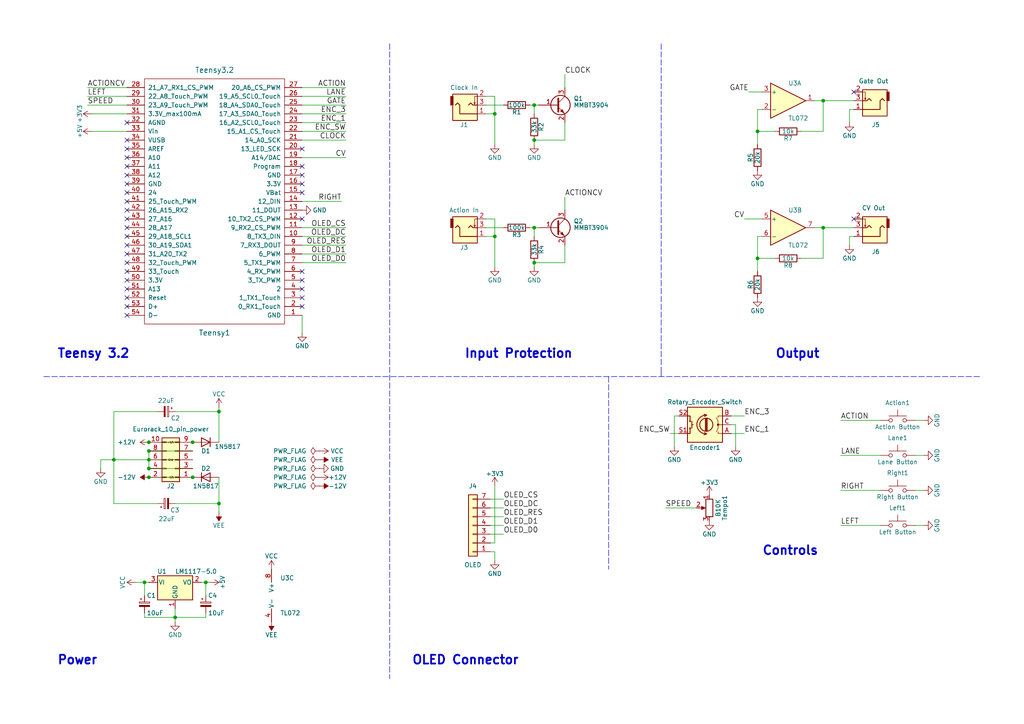
<source format=kicad_sch>
(kicad_sch (version 20210621) (generator eeschema)
  (paper "A4")
  (lib_symbols
    (symbol "Amplifier_Operational:TL072" (pin_names (offset 0.127))
      (property "Reference" "U" (at 0 5.08 0))
      (property "Value" "TL072" (at 0 -5.08 0))
      (symbol "TL072_1_1"
        (polyline (pts (xy -5.08 5.08) (xy 5.08 0) (xy -5.08 -5.08) (xy -5.08 5.08)) (stroke (width 0.254)) (fill (type background)))
        (pin output line (at 7.62 0 180) (length 2.54) (name "~") (number "1"))
        (pin input line (at -7.62 -2.54 0) (length 2.54) (name "-") (number "2"))
        (pin input line (at -7.62 2.54 0) (length 2.54) (name "+") (number "3"))
      )
      (symbol "TL072_2_1"
        (polyline (pts (xy -5.08 5.08) (xy 5.08 0) (xy -5.08 -5.08) (xy -5.08 5.08)) (stroke (width 0.254)) (fill (type background)))
        (pin input line (at -7.62 2.54 0) (length 2.54) (name "+") (number "5"))
        (pin input line (at -7.62 -2.54 0) (length 2.54) (name "-") (number "6"))
        (pin output line (at 7.62 0 180) (length 2.54) (name "~") (number "7"))
      )
      (symbol "TL072_3_1"
        (pin power_in line (at -2.54 -7.62 90) (length 3.81) (name "V-") (number "4"))
        (pin power_in line (at -2.54 7.62 270) (length 3.81) (name "V+") (number "8"))
      )
    )
    (symbol "Connector_Generic:Conn_01x07" (pin_names (offset 1.016) hide)
      (property "Reference" "J" (at 0 10.16 0))
      (property "Value" "Conn_01x07" (at 0 -10.16 0))
      (symbol "Conn_01x07_1_1"
        (rectangle (start -1.27 -7.493) (end 0 -7.747) (stroke (width 0.1524)))
        (rectangle (start -1.27 -4.953) (end 0 -5.207) (stroke (width 0.1524)))
        (rectangle (start -1.27 -2.413) (end 0 -2.667) (stroke (width 0.1524)))
        (rectangle (start -1.27 0.127) (end 0 -0.127) (stroke (width 0.1524)))
        (rectangle (start -1.27 2.667) (end 0 2.413) (stroke (width 0.1524)))
        (rectangle (start -1.27 5.207) (end 0 4.953) (stroke (width 0.1524)))
        (rectangle (start -1.27 7.747) (end 0 7.493) (stroke (width 0.1524)))
        (rectangle (start -1.27 8.89) (end 1.27 -8.89) (stroke (width 0.254)) (fill (type background)))
        (pin passive line (at -5.08 7.62 0) (length 3.81) (name "Pin_1") (number "1"))
        (pin passive line (at -5.08 5.08 0) (length 3.81) (name "Pin_2") (number "2"))
        (pin passive line (at -5.08 2.54 0) (length 3.81) (name "Pin_3") (number "3"))
        (pin passive line (at -5.08 0 0) (length 3.81) (name "Pin_4") (number "4"))
        (pin passive line (at -5.08 -2.54 0) (length 3.81) (name "Pin_5") (number "5"))
        (pin passive line (at -5.08 -5.08 0) (length 3.81) (name "Pin_6") (number "6"))
        (pin passive line (at -5.08 -7.62 0) (length 3.81) (name "Pin_7") (number "7"))
      )
    )
    (symbol "Device:C_Polarized_Small" (pin_numbers hide) (pin_names (offset 0.254) hide)
      (property "Reference" "C" (at 0.254 1.778 0))
      (property "Value" "C_Polarized_Small" (at 0.254 -2.032 0))
      (symbol "C_Polarized_Small_0_1"
        (rectangle (start -1.524 0.6858) (end 1.524 0.3048))
        (rectangle (start -1.524 -0.3048) (end 1.524 -0.6858) (fill (type outline)))
        (polyline (pts (xy -1.27 1.524) (xy -0.762 1.524)))
        (polyline (pts (xy -1.016 1.27) (xy -1.016 1.778)))
      )
      (symbol "C_Polarized_Small_1_1"
        (pin passive line (at 0 2.54 270) (length 1.8542) (name "~") (number "1"))
        (pin passive line (at 0 -2.54 90) (length 1.8542) (name "~") (number "2"))
      )
    )
    (symbol "Device:D" (pin_numbers hide) (pin_names (offset 1.016) hide)
      (property "Reference" "D" (at 0 2.54 0))
      (property "Value" "D" (at 0 -2.54 0))
      (symbol "D_0_1"
        (polyline (pts (xy -1.27 1.27) (xy -1.27 -1.27)) (stroke (width 0.254)))
        (polyline (pts (xy 1.27 0) (xy -1.27 0)))
        (polyline (pts (xy 1.27 1.27) (xy 1.27 -1.27) (xy -1.27 0) (xy 1.27 1.27)) (stroke (width 0.254)))
      )
      (symbol "D_1_1"
        (pin passive line (at -3.81 0 0) (length 2.54) (name "K") (number "1"))
        (pin passive line (at 3.81 0 180) (length 2.54) (name "A") (number "2"))
      )
    )
    (symbol "Device:R" (pin_numbers hide) (pin_names (offset 0))
      (property "Reference" "R" (at 2.032 0 90))
      (property "Value" "R" (at 0 0 90))
      (symbol "R_0_1"
        (rectangle (start -1.016 -2.54) (end 1.016 2.54) (stroke (width 0.254)))
      )
      (symbol "R_1_1"
        (pin passive line (at 0 3.81 270) (length 1.27) (name "~") (number "1"))
        (pin passive line (at 0 -3.81 90) (length 1.27) (name "~") (number "2"))
      )
    )
    (symbol "Device:R_Potentiometer" (pin_names (offset 1.016) hide)
      (property "Reference" "RV" (at -4.445 0 90))
      (property "Value" "R_Potentiometer" (at -2.54 0 90))
      (symbol "R_Potentiometer_0_1"
        (rectangle (start 1.016 2.54) (end -1.016 -2.54) (stroke (width 0.254)))
        (polyline (pts (xy 2.54 0) (xy 1.524 0)))
        (polyline (pts (xy 1.143 0) (xy 2.286 0.508) (xy 2.286 -0.508) (xy 1.143 0)) (fill (type outline)))
      )
      (symbol "R_Potentiometer_1_1"
        (pin passive line (at 0 3.81 270) (length 1.27) (name "1") (number "1"))
        (pin passive line (at 3.81 0 180) (length 1.27) (name "2") (number "2"))
        (pin passive line (at 0 -3.81 90) (length 1.27) (name "3") (number "3"))
      )
    )
    (symbol "Device:RotaryEncoder_Switch" (pin_names (offset 0.254) hide)
      (property "Reference" "SW" (at 0 6.604 0))
      (property "Value" "RotaryEncoder_Switch" (at 0 -6.604 0))
      (symbol "RotaryEncoder_Switch_0_1"
        (arc (start -0.381 -2.794) (end -0.381 2.667) (radius (at -0.381 -0.0508) (length 2.7432) (angles -89.9 89.9)) (stroke (width 0.254)))
        (circle (center -0.381 0) (radius 1.905) (stroke (width 0.254)))
        (circle (center 4.318 -1.016) (radius 0.127) (stroke (width 0.254)))
        (circle (center 4.318 1.016) (radius 0.127) (stroke (width 0.254)))
        (circle (center -3.81 0) (radius 0.254) (fill (type outline)))
        (rectangle (start -5.08 5.08) (end 5.08 -5.08) (stroke (width 0.254)) (fill (type background)))
        (polyline (pts (xy -0.635 -1.778) (xy -0.635 1.778)) (stroke (width 0.254)))
        (polyline (pts (xy -0.381 -1.778) (xy -0.381 1.778)) (stroke (width 0.254)))
        (polyline (pts (xy -0.127 1.778) (xy -0.127 -1.778)) (stroke (width 0.254)))
        (polyline (pts (xy 3.81 0) (xy 3.429 0)) (stroke (width 0.254)))
        (polyline (pts (xy 3.81 1.016) (xy 3.81 -1.016)) (stroke (width 0.254)))
        (polyline (pts (xy -5.08 -2.54) (xy -3.81 -2.54) (xy -3.81 -2.032)))
        (polyline (pts (xy -5.08 2.54) (xy -3.81 2.54) (xy -3.81 2.032)))
        (polyline (pts (xy 0.254 -3.048) (xy -0.508 -2.794) (xy 0.127 -2.413)) (stroke (width 0.254)))
        (polyline (pts (xy 0.254 2.921) (xy -0.508 2.667) (xy 0.127 2.286)) (stroke (width 0.254)))
        (polyline (pts (xy 5.08 -2.54) (xy 4.318 -2.54) (xy 4.318 -1.016)) (stroke (width 0.254)))
        (polyline (pts (xy 5.08 2.54) (xy 4.318 2.54) (xy 4.318 1.016)) (stroke (width 0.254)))
        (polyline (pts (xy -5.08 0) (xy -3.81 0) (xy -3.81 -1.016) (xy -3.302 -2.032)))
        (polyline (pts (xy -4.318 0) (xy -3.81 0) (xy -3.81 1.016) (xy -3.302 2.032)))
      )
      (symbol "RotaryEncoder_Switch_1_1"
        (pin passive line (at -7.62 2.54 0) (length 2.54) (name "A") (number "A"))
        (pin passive line (at -7.62 -2.54 0) (length 2.54) (name "B") (number "B"))
        (pin passive line (at -7.62 0 0) (length 2.54) (name "C") (number "C"))
        (pin passive line (at 7.62 2.54 180) (length 2.54) (name "S1") (number "S1"))
        (pin passive line (at 7.62 -2.54 180) (length 2.54) (name "S2") (number "S2"))
      )
    )
    (symbol "Eurorack Header:Eurorack_10_pin_power" (pin_names (offset 1.016) hide)
      (property "Reference" "J" (at 1.27 7.62 0))
      (property "Value" "Eurorack_10_pin_power" (at 1.27 -7.62 0))
      (symbol "Eurorack_10_pin_power_1_0"
        (text "+12v" (at 1.27 -5.08 0) (effects (font (size 0.508 0.508))))
        (text "-12v" (at 1.27 5.08 0) (effects (font (size 0.508 0.508))))
        (text "Gnd" (at 1.27 0 0) (effects (font (size 0.508 0.508))))
      )
      (symbol "Eurorack_10_pin_power_1_1"
        (rectangle (start -1.27 -4.953) (end 0 -5.207) (stroke (width 0.1524)))
        (rectangle (start -1.27 -2.413) (end 0 -2.667) (stroke (width 0.1524)))
        (rectangle (start -1.27 0.127) (end 0 -0.127) (stroke (width 0.1524)))
        (rectangle (start -1.27 2.667) (end 0 2.413) (stroke (width 0.1524)))
        (rectangle (start -1.27 5.207) (end 0 4.953) (stroke (width 0.1524)))
        (rectangle (start 3.81 -4.953) (end 2.54 -5.207) (stroke (width 0.1524)))
        (rectangle (start 3.81 -2.413) (end 2.54 -2.667) (stroke (width 0.1524)))
        (rectangle (start 3.81 0.127) (end 2.54 -0.127) (stroke (width 0.1524)))
        (rectangle (start 3.81 2.667) (end 2.54 2.413) (stroke (width 0.1524)))
        (rectangle (start 3.81 5.207) (end 2.54 4.953) (stroke (width 0.1524)))
        (rectangle (start -1.27 6.35) (end 3.81 -6.35) (stroke (width 0.254)) (fill (type background)))
        (pin power_in line (at -5.08 5.08 0) (length 3.81) (name "Pin_1") (number "1"))
        (pin passive line (at 7.62 -5.08 180) (length 3.81) (name "Pin_10") (number "10"))
        (pin passive line (at 7.62 5.08 180) (length 3.81) (name "Pin_2") (number "2"))
        (pin passive line (at -5.08 2.54 0) (length 3.81) (name "Pin_3") (number "3"))
        (pin passive line (at 7.62 2.54 180) (length 3.81) (name "Pin_4") (number "4"))
        (pin power_in line (at -5.08 0 0) (length 3.81) (name "Pin_5") (number "5"))
        (pin passive line (at 7.62 0 180) (length 3.81) (name "Pin_6") (number "6"))
        (pin passive line (at -5.08 -2.54 0) (length 3.81) (name "Pin_7") (number "7"))
        (pin passive line (at 7.62 -2.54 180) (length 3.81) (name "Pin_8") (number "8"))
        (pin power_in line (at -5.08 -5.08 0) (length 3.81) (name "Pin_9") (number "9"))
      )
    )
    (symbol "Regulator_Linear:LM1117-5.0" (pin_names (offset 0.254))
      (property "Reference" "U" (at -3.81 3.175 0))
      (property "Value" "LM1117-5.0" (at 0 3.175 0))
      (symbol "LM1117-5.0_0_1"
        (rectangle (start -5.08 -5.08) (end 5.08 1.905) (stroke (width 0.254)) (fill (type background)))
      )
      (symbol "LM1117-5.0_1_1"
        (pin power_in line (at 0 -7.62 90) (length 2.54) (name "GND") (number "1"))
        (pin power_out line (at 7.62 0 180) (length 2.54) (name "VO") (number "2"))
        (pin power_in line (at -7.62 0 0) (length 2.54) (name "VI") (number "3"))
      )
    )
    (symbol "Switch:SW_Push" (pin_numbers hide) (pin_names (offset 1.016) hide)
      (property "Reference" "SW" (at 1.27 2.54 0))
      (property "Value" "SW_Push" (at 0 -1.524 0))
      (symbol "SW_Push_0_1"
        (circle (center -2.032 0) (radius 0.508))
        (circle (center 2.032 0) (radius 0.508))
        (polyline (pts (xy 0 1.27) (xy 0 3.048)))
        (polyline (pts (xy 2.54 1.27) (xy -2.54 1.27)))
        (pin passive line (at -5.08 0 0) (length 2.54) (name "1") (number "1"))
        (pin passive line (at 5.08 0 180) (length 2.54) (name "2") (number "2"))
      )
    )
    (symbol "Transistor_BJT:MMBT3904" (pin_names (offset 0) hide)
      (property "Reference" "Q" (at 5.08 1.905 0))
      (property "Value" "MMBT3904" (at 5.08 0 0))
      (symbol "MMBT3904_0_1"
        (circle (center 1.27 0) (radius 2.8194) (stroke (width 0.254)))
        (polyline (pts (xy 0.635 0.635) (xy 2.54 2.54)))
        (polyline (pts (xy 0.635 -0.635) (xy 2.54 -2.54) (xy 2.54 -2.54)))
        (polyline (pts (xy 0.635 1.905) (xy 0.635 -1.905) (xy 0.635 -1.905)) (stroke (width 0.508)))
        (polyline (pts (xy 1.27 -1.778) (xy 1.778 -1.27) (xy 2.286 -2.286) (xy 1.27 -1.778) (xy 1.27 -1.778)) (fill (type outline)))
      )
      (symbol "MMBT3904_1_1"
        (pin input line (at -5.08 0 0) (length 5.715) (name "B") (number "1"))
        (pin passive line (at 2.54 -5.08 90) (length 2.54) (name "E") (number "2"))
        (pin passive line (at 2.54 5.08 270) (length 2.54) (name "C") (number "3"))
      )
    )
    (symbol "power:+12V" (power) (pin_names (offset 0))
      (property "Value" "+12V" (at 0 3.556 0))
      (symbol "+12V_0_1"
        (polyline (pts (xy -0.762 1.27) (xy 0 2.54)))
        (polyline (pts (xy 0 0) (xy 0 2.54)))
        (polyline (pts (xy 0 2.54) (xy 0.762 1.27)))
      )
      (symbol "+12V_1_1"
        (pin power_in line (at 0 0 90) (length 0) hide (name "+12V") (number "1"))
      )
    )
    (symbol "power:+3.3V" (power) (pin_names (offset 0))
      (property "Value" "+3.3V" (at 0 3.556 0))
      (symbol "+3.3V_0_1"
        (polyline (pts (xy -0.762 1.27) (xy 0 2.54)))
        (polyline (pts (xy 0 0) (xy 0 2.54)))
        (polyline (pts (xy 0 2.54) (xy 0.762 1.27)))
      )
      (symbol "+3.3V_1_1"
        (pin power_in line (at 0 0 90) (length 0) hide (name "+3V3") (number "1"))
      )
    )
    (symbol "power:+5V" (power) (pin_names (offset 0))
      (property "Value" "+5V" (at 0 3.556 0))
      (symbol "+5V_0_1"
        (polyline (pts (xy -0.762 1.27) (xy 0 2.54)))
        (polyline (pts (xy 0 0) (xy 0 2.54)))
        (polyline (pts (xy 0 2.54) (xy 0.762 1.27)))
      )
      (symbol "+5V_1_1"
        (pin power_in line (at 0 0 90) (length 0) hide (name "+5V") (number "1"))
      )
    )
    (symbol "power:-12V" (power) (pin_names (offset 0))
      (property "Value" "-12V" (at 0 3.81 0))
      (symbol "-12V_0_0"
        (pin power_in line (at 0 0 90) (length 0) hide (name "-12V") (number "1"))
      )
      (symbol "-12V_0_1"
        (polyline (pts (xy 0 0) (xy 0 1.27) (xy 0.762 1.27) (xy 0 2.54) (xy -0.762 1.27) (xy 0 1.27)) (fill (type outline)))
      )
    )
    (symbol "power:GND" (power) (pin_names (offset 0))
      (property "Value" "GND" (at 0 -3.81 0))
      (symbol "GND_0_1"
        (polyline (pts (xy 0 0) (xy 0 -1.27) (xy 1.27 -1.27) (xy 0 -2.54) (xy -1.27 -1.27) (xy 0 -1.27)))
      )
      (symbol "GND_1_1"
        (pin power_in line (at 0 0 270) (length 0) hide (name "GND") (number "1"))
      )
    )
    (symbol "power:PWR_FLAG" (power) (pin_numbers hide) (pin_names (offset 0) hide)
      (property "Value" "PWR_FLAG" (at 0 3.81 0))
      (symbol "PWR_FLAG_0_0"
        (pin power_out line (at 0 0 90) (length 0) (name "pwr") (number "1"))
      )
      (symbol "PWR_FLAG_0_1"
        (polyline (pts (xy 0 0) (xy 0 1.27) (xy -1.016 1.905) (xy 0 2.54) (xy 1.016 1.905) (xy 0 1.27)))
      )
    )
    (symbol "power:VCC" (power) (pin_names (offset 0))
      (property "Value" "VCC" (at 0 3.81 0))
      (symbol "VCC_0_1"
        (polyline (pts (xy -0.762 1.27) (xy 0 2.54)))
        (polyline (pts (xy 0 0) (xy 0 2.54)))
        (polyline (pts (xy 0 2.54) (xy 0.762 1.27)))
      )
      (symbol "VCC_1_1"
        (pin power_in line (at 0 0 90) (length 0) hide (name "VCC") (number "1"))
      )
    )
    (symbol "power:VEE" (power) (pin_names (offset 0))
      (property "Value" "VEE" (at 0 3.81 0))
      (symbol "VEE_0_1"
        (polyline (pts (xy 0 0) (xy 0 2.54)))
        (polyline (pts (xy 0.762 1.27) (xy -0.762 1.27) (xy 0 2.54) (xy 0.762 1.27)) (fill (type outline)))
      )
      (symbol "VEE_1_1"
        (pin power_in line (at 0 0 90) (length 0) hide (name "VEE") (number "1"))
      )
    )
    (symbol "teensy:Teensy3.2" (pin_names (offset 1.016))
      (property "Reference" "U" (at 0 38.1 0))
      (property "Value" "Teensy3.2" (at 0 -38.1 0))
      (symbol "Teensy3.2_0_1"
        (rectangle (start -20.32 35.56) (end 20.32 -35.56))
      )
      (symbol "Teensy3.2_1_1"
        (pin power_in line (at -25.4 33.02 0) (length 5.08) (name "GND") (number "1"))
        (pin bidirectional line (at -25.4 10.16 0) (length 5.08) (name "8_TX3_DIN") (number "10"))
        (pin bidirectional line (at -25.4 7.62 0) (length 5.08) (name "9_RX2_CS_PWM") (number "11"))
        (pin bidirectional line (at -25.4 5.08 0) (length 5.08) (name "10_TX2_CS_PWM") (number "12"))
        (pin bidirectional line (at -25.4 2.54 0) (length 5.08) (name "11_DOUT") (number "13"))
        (pin bidirectional line (at -25.4 0 0) (length 5.08) (name "12_DIN") (number "14"))
        (pin power_in line (at -25.4 -2.54 0) (length 5.08) (name "VBat") (number "15"))
        (pin power_in line (at -25.4 -5.08 0) (length 5.08) (name "3.3V") (number "16"))
        (pin power_in line (at -25.4 -7.62 0) (length 5.08) (name "GND") (number "17"))
        (pin input line (at -25.4 -10.16 0) (length 5.08) (name "Program") (number "18"))
        (pin bidirectional line (at -25.4 -12.7 0) (length 5.08) (name "A14/DAC") (number "19"))
        (pin bidirectional line (at -25.4 30.48 0) (length 5.08) (name "0_RX1_Touch") (number "2"))
        (pin bidirectional line (at -25.4 -15.24 0) (length 5.08) (name "13_LED_SCK") (number "20"))
        (pin bidirectional line (at -25.4 -17.78 0) (length 5.08) (name "14_A0_SCK") (number "21"))
        (pin bidirectional line (at -25.4 -20.32 0) (length 5.08) (name "15_A1_CS_Touch") (number "22"))
        (pin bidirectional line (at -25.4 -22.86 0) (length 5.08) (name "16_A2_SCL0_Touch") (number "23"))
        (pin bidirectional line (at -25.4 -25.4 0) (length 5.08) (name "17_A3_SDA0_Touch") (number "24"))
        (pin bidirectional line (at -25.4 -27.94 0) (length 5.08) (name "18_A4_SDA0_Touch") (number "25"))
        (pin bidirectional line (at -25.4 -30.48 0) (length 5.08) (name "19_A5_SCL0_Touch") (number "26"))
        (pin bidirectional line (at -25.4 -33.02 0) (length 5.08) (name "20_A6_CS_PWM") (number "27"))
        (pin bidirectional line (at 25.4 -33.02 180) (length 5.08) (name "21_A7_RX1_CS_PWM") (number "28"))
        (pin bidirectional line (at 25.4 -30.48 180) (length 5.08) (name "22_A8_Touch_PWM") (number "29"))
        (pin bidirectional line (at -25.4 27.94 0) (length 5.08) (name "1_TX1_Touch") (number "3"))
        (pin bidirectional line (at 25.4 -27.94 180) (length 5.08) (name "23_A9_Touch_PWM") (number "30"))
        (pin power_out line (at 25.4 -25.4 180) (length 5.08) (name "3.3V_max100mA") (number "31"))
        (pin power_in line (at 25.4 -22.86 180) (length 5.08) (name "AGND") (number "32"))
        (pin power_in line (at 25.4 -20.32 180) (length 5.08) (name "Vin") (number "33"))
        (pin power_in line (at 25.4 -17.78 180) (length 5.08) (name "VUSB") (number "34"))
        (pin input line (at 25.4 -15.24 180) (length 5.08) (name "AREF") (number "35"))
        (pin bidirectional line (at 25.4 -12.7 180) (length 5.08) (name "A10") (number "36"))
        (pin bidirectional line (at 25.4 -10.16 180) (length 5.08) (name "A11") (number "37"))
        (pin bidirectional line (at 25.4 -7.62 180) (length 5.08) (name "A12") (number "38"))
        (pin power_in line (at 25.4 -5.08 180) (length 5.08) (name "GND") (number "39"))
        (pin bidirectional line (at -25.4 25.4 0) (length 5.08) (name "2") (number "4"))
        (pin bidirectional line (at 25.4 -2.54 180) (length 5.08) (name "24") (number "40"))
        (pin bidirectional line (at 25.4 0 180) (length 5.08) (name "25_Touch_PWM") (number "41"))
        (pin bidirectional line (at 25.4 2.54 180) (length 5.08) (name "26_A15_RX2") (number "42"))
        (pin bidirectional line (at 25.4 5.08 180) (length 5.08) (name "27_A16") (number "43"))
        (pin bidirectional line (at 25.4 7.62 180) (length 5.08) (name "28_A17") (number "44"))
        (pin bidirectional line (at 25.4 10.16 180) (length 5.08) (name "29_A18_SCL1") (number "45"))
        (pin bidirectional line (at 25.4 12.7 180) (length 5.08) (name "30_A19_SDA1") (number "46"))
        (pin bidirectional line (at 25.4 15.24 180) (length 5.08) (name "31_A20_TX2") (number "47"))
        (pin bidirectional line (at 25.4 17.78 180) (length 5.08) (name "32_Touch_PWM") (number "48"))
        (pin bidirectional line (at 25.4 20.32 180) (length 5.08) (name "33_Touch") (number "49"))
        (pin bidirectional line (at -25.4 22.86 0) (length 5.08) (name "3_TX_PWM") (number "5"))
        (pin power_in line (at 25.4 22.86 180) (length 5.08) (name "3.3V") (number "50"))
        (pin bidirectional line (at 25.4 25.4 180) (length 5.08) (name "A13") (number "51"))
        (pin input line (at 25.4 27.94 180) (length 5.08) (name "Reset") (number "52"))
        (pin bidirectional line (at 25.4 30.48 180) (length 5.08) (name "D+") (number "53"))
        (pin bidirectional line (at 25.4 33.02 180) (length 5.08) (name "D-") (number "54"))
        (pin bidirectional line (at -25.4 20.32 0) (length 5.08) (name "4_RX_PWM") (number "6"))
        (pin bidirectional line (at -25.4 17.78 0) (length 5.08) (name "5_TX1_PWM") (number "7"))
        (pin bidirectional line (at -25.4 15.24 0) (length 5.08) (name "6_PWM") (number "8"))
        (pin bidirectional line (at -25.4 12.7 0) (length 5.08) (name "7_RX3_DOUT") (number "9"))
      )
    )
    (symbol "thonkiconn:AudioJack2_Ground_Switch" (pin_names (offset 1.016))
      (property "Reference" "J" (at 0 8.89 0))
      (property "Value" "AudioJack2_Ground_Switch" (at 0 6.35 0))
      (symbol "AudioJack2_Ground_Switch_0_1"
        (rectangle (start -4.445 -2.54) (end -5.207 0) (fill (type outline)))
        (rectangle (start 2.54 -3.175) (end -4.572 4.445) (stroke (width 0.254)) (fill (type background)))
        (polyline (pts (xy 1.778 -0.254) (xy 2.032 -0.762)))
        (polyline (pts (xy 0 0) (xy 0.635 -0.635) (xy 1.27 0) (xy 2.54 0)) (stroke (width 0.254)))
        (polyline (pts (xy 2.54 -2.54) (xy 1.778 -2.54) (xy 1.778 -0.254) (xy 1.524 -0.762)))
        (polyline (pts (xy 2.54 2.54) (xy -2.54 2.54) (xy -2.54 0) (xy -3.175 -0.635) (xy -3.81 0)) (stroke (width 0.254)))
      )
      (symbol "AudioJack2_Ground_Switch_1_1"
        (pin passive line (at 5.08 2.54 180) (length 2.54) (name "~") (number "1"))
        (pin passive line (at 5.08 -2.54 180) (length 2.54) (name "~") (number "2"))
        (pin passive line (at 5.08 0 180) (length 2.54) (name "~") (number "3"))
      )
    )
  )
  (junction (at 33.02 133.35))
  (junction (at 41.91 168.91))
  (junction (at 43.18 128.27))
  (junction (at 43.18 130.81))
  (junction (at 43.18 133.35))
  (junction (at 43.18 135.89))
  (junction (at 43.18 138.43))
  (junction (at 50.8 179.07))
  (junction (at 55.88 128.27))
  (junction (at 55.88 138.43))
  (junction (at 59.69 168.91))
  (junction (at 63.5 119.38))
  (junction (at 63.5 146.05))
  (junction (at 143.51 33.02))
  (junction (at 143.51 68.58))
  (junction (at 154.94 30.48))
  (junction (at 154.94 40.64))
  (junction (at 154.94 66.04))
  (junction (at 154.94 76.2))
  (junction (at 219.71 38.1))
  (junction (at 219.71 74.93))
  (junction (at 238.76 29.21))
  (junction (at 238.76 66.04))
  (no_connect (at 36.83 35.56))
  (no_connect (at 36.83 40.64))
  (no_connect (at 36.83 43.18))
  (no_connect (at 36.83 45.72))
  (no_connect (at 36.83 48.26))
  (no_connect (at 36.83 50.8))
  (no_connect (at 36.83 53.34))
  (no_connect (at 36.83 55.88))
  (no_connect (at 36.83 58.42))
  (no_connect (at 36.83 60.96))
  (no_connect (at 36.83 63.5))
  (no_connect (at 36.83 66.04))
  (no_connect (at 36.83 68.58))
  (no_connect (at 36.83 71.12))
  (no_connect (at 36.83 73.66))
  (no_connect (at 36.83 76.2))
  (no_connect (at 36.83 78.74))
  (no_connect (at 36.83 81.28))
  (no_connect (at 36.83 83.82))
  (no_connect (at 36.83 86.36))
  (no_connect (at 36.83 88.9))
  (no_connect (at 36.83 91.44))
  (no_connect (at 87.63 43.18))
  (no_connect (at 87.63 48.26))
  (no_connect (at 87.63 50.8))
  (no_connect (at 87.63 53.34))
  (no_connect (at 87.63 55.88))
  (no_connect (at 87.63 63.5))
  (no_connect (at 87.63 78.74))
  (no_connect (at 87.63 81.28))
  (no_connect (at 87.63 83.82))
  (no_connect (at 87.63 86.36))
  (no_connect (at 87.63 88.9))
  (no_connect (at 247.65 26.67))
  (no_connect (at 247.65 63.5))
  (wire (pts (xy 25.4 30.48) (xy 36.83 30.48)))
  (wire (pts (xy 26.67 33.02) (xy 36.83 33.02)))
  (wire (pts (xy 26.67 38.1) (xy 36.83 38.1)))
  (wire (pts (xy 29.21 133.35) (xy 29.21 135.89)))
  (wire (pts (xy 29.21 133.35) (xy 33.02 133.35)))
  (wire (pts (xy 33.02 119.38) (xy 33.02 133.35)))
  (wire (pts (xy 33.02 119.38) (xy 45.72 119.38)))
  (wire (pts (xy 33.02 133.35) (xy 33.02 146.05)))
  (wire (pts (xy 33.02 133.35) (xy 43.18 133.35)))
  (wire (pts (xy 33.02 146.05) (xy 45.72 146.05)))
  (wire (pts (xy 36.83 25.4) (xy 25.4 25.4)))
  (wire (pts (xy 36.83 27.94) (xy 25.4 27.94)))
  (wire (pts (xy 39.37 168.91) (xy 41.91 168.91)))
  (wire (pts (xy 41.91 168.91) (xy 41.91 172.72)))
  (wire (pts (xy 41.91 168.91) (xy 43.18 168.91)))
  (wire (pts (xy 41.91 177.8) (xy 41.91 179.07)))
  (wire (pts (xy 41.91 179.07) (xy 50.8 179.07)))
  (wire (pts (xy 43.18 128.27) (xy 55.88 128.27)))
  (wire (pts (xy 43.18 130.81) (xy 43.18 133.35)))
  (wire (pts (xy 43.18 130.81) (xy 55.88 130.81)))
  (wire (pts (xy 43.18 133.35) (xy 43.18 135.89)))
  (wire (pts (xy 43.18 133.35) (xy 55.88 133.35)))
  (wire (pts (xy 43.18 135.89) (xy 55.88 135.89)))
  (wire (pts (xy 43.18 138.43) (xy 55.88 138.43)))
  (wire (pts (xy 50.8 119.38) (xy 63.5 119.38)))
  (wire (pts (xy 50.8 146.05) (xy 63.5 146.05)))
  (wire (pts (xy 50.8 176.53) (xy 50.8 179.07)))
  (wire (pts (xy 50.8 179.07) (xy 50.8 180.34)))
  (wire (pts (xy 50.8 179.07) (xy 59.69 179.07)))
  (wire (pts (xy 58.42 168.91) (xy 59.69 168.91)))
  (wire (pts (xy 59.69 168.91) (xy 59.69 172.72)))
  (wire (pts (xy 59.69 168.91) (xy 60.96 168.91)))
  (wire (pts (xy 59.69 177.8) (xy 59.69 179.07)))
  (wire (pts (xy 63.5 118.11) (xy 63.5 119.38)))
  (wire (pts (xy 63.5 119.38) (xy 63.5 128.27)))
  (wire (pts (xy 63.5 138.43) (xy 63.5 146.05)))
  (wire (pts (xy 63.5 146.05) (xy 63.5 148.59)))
  (wire (pts (xy 87.63 30.48) (xy 100.33 30.48)))
  (wire (pts (xy 87.63 33.02) (xy 100.33 33.02)))
  (wire (pts (xy 87.63 35.56) (xy 100.33 35.56)))
  (wire (pts (xy 87.63 38.1) (xy 100.33 38.1)))
  (wire (pts (xy 87.63 40.64) (xy 100.33 40.64)))
  (wire (pts (xy 87.63 45.72) (xy 100.33 45.72)))
  (wire (pts (xy 87.63 66.04) (xy 100.33 66.04)))
  (wire (pts (xy 87.63 68.58) (xy 100.33 68.58)))
  (wire (pts (xy 87.63 76.2) (xy 100.33 76.2)))
  (wire (pts (xy 87.63 91.44) (xy 87.63 96.52)))
  (wire (pts (xy 99.06 58.42) (xy 87.63 58.42)))
  (wire (pts (xy 100.33 25.4) (xy 87.63 25.4)))
  (wire (pts (xy 100.33 27.94) (xy 87.63 27.94)))
  (wire (pts (xy 100.33 71.12) (xy 87.63 71.12)))
  (wire (pts (xy 100.33 73.66) (xy 87.63 73.66)))
  (wire (pts (xy 140.97 27.94) (xy 143.51 27.94)))
  (wire (pts (xy 140.97 30.48) (xy 146.05 30.48)))
  (wire (pts (xy 140.97 33.02) (xy 143.51 33.02)))
  (wire (pts (xy 140.97 63.5) (xy 143.51 63.5)))
  (wire (pts (xy 140.97 66.04) (xy 146.05 66.04)))
  (wire (pts (xy 140.97 68.58) (xy 143.51 68.58)))
  (wire (pts (xy 142.24 144.78) (xy 146.05 144.78)))
  (wire (pts (xy 142.24 147.32) (xy 146.05 147.32)))
  (wire (pts (xy 142.24 149.86) (xy 146.05 149.86)))
  (wire (pts (xy 142.24 152.4) (xy 146.05 152.4)))
  (wire (pts (xy 142.24 154.94) (xy 146.05 154.94)))
  (wire (pts (xy 142.24 157.48) (xy 143.51 157.48)))
  (wire (pts (xy 142.24 160.02) (xy 143.51 160.02)))
  (wire (pts (xy 143.51 27.94) (xy 143.51 33.02)))
  (wire (pts (xy 143.51 33.02) (xy 143.51 41.91)))
  (wire (pts (xy 143.51 63.5) (xy 143.51 68.58)))
  (wire (pts (xy 143.51 68.58) (xy 143.51 77.47)))
  (wire (pts (xy 143.51 157.48) (xy 143.51 140.97)))
  (wire (pts (xy 143.51 160.02) (xy 143.51 162.56)))
  (wire (pts (xy 153.67 30.48) (xy 154.94 30.48)))
  (wire (pts (xy 153.67 66.04) (xy 154.94 66.04)))
  (wire (pts (xy 154.94 30.48) (xy 156.21 30.48)))
  (wire (pts (xy 154.94 33.02) (xy 154.94 30.48)))
  (wire (pts (xy 154.94 40.64) (xy 154.94 41.91)))
  (wire (pts (xy 154.94 40.64) (xy 163.83 40.64)))
  (wire (pts (xy 154.94 66.04) (xy 156.21 66.04)))
  (wire (pts (xy 154.94 68.58) (xy 154.94 66.04)))
  (wire (pts (xy 154.94 76.2) (xy 154.94 77.47)))
  (wire (pts (xy 154.94 76.2) (xy 163.83 76.2)))
  (wire (pts (xy 163.83 25.4) (xy 163.83 21.59)))
  (wire (pts (xy 163.83 40.64) (xy 163.83 35.56)))
  (wire (pts (xy 163.83 60.96) (xy 163.83 57.15)))
  (wire (pts (xy 163.83 76.2) (xy 163.83 71.12)))
  (wire (pts (xy 193.04 147.32) (xy 201.93 147.32)))
  (wire (pts (xy 195.58 120.65) (xy 196.85 120.65)))
  (wire (pts (xy 195.58 129.54) (xy 195.58 120.65)))
  (wire (pts (xy 196.85 125.73) (xy 194.31 125.73)))
  (wire (pts (xy 212.09 123.19) (xy 213.36 123.19)))
  (wire (pts (xy 213.36 123.19) (xy 213.36 129.54)))
  (wire (pts (xy 215.9 63.5) (xy 220.98 63.5)))
  (wire (pts (xy 215.9 120.65) (xy 212.09 120.65)))
  (wire (pts (xy 215.9 125.73) (xy 212.09 125.73)))
  (wire (pts (xy 219.71 31.75) (xy 219.71 38.1)))
  (wire (pts (xy 219.71 38.1) (xy 219.71 41.91)))
  (wire (pts (xy 219.71 68.58) (xy 219.71 74.93)))
  (wire (pts (xy 219.71 74.93) (xy 219.71 78.74)))
  (wire (pts (xy 220.98 26.67) (xy 217.17 26.67)))
  (wire (pts (xy 220.98 31.75) (xy 219.71 31.75)))
  (wire (pts (xy 220.98 68.58) (xy 219.71 68.58)))
  (wire (pts (xy 224.79 38.1) (xy 219.71 38.1)))
  (wire (pts (xy 224.79 74.93) (xy 219.71 74.93)))
  (wire (pts (xy 236.22 29.21) (xy 238.76 29.21)))
  (wire (pts (xy 236.22 66.04) (xy 238.76 66.04)))
  (wire (pts (xy 238.76 29.21) (xy 238.76 38.1)))
  (wire (pts (xy 238.76 29.21) (xy 247.65 29.21)))
  (wire (pts (xy 238.76 38.1) (xy 232.41 38.1)))
  (wire (pts (xy 238.76 66.04) (xy 238.76 74.93)))
  (wire (pts (xy 238.76 66.04) (xy 247.65 66.04)))
  (wire (pts (xy 238.76 74.93) (xy 232.41 74.93)))
  (wire (pts (xy 243.84 121.92) (xy 255.27 121.92)))
  (wire (pts (xy 243.84 132.08) (xy 255.27 132.08)))
  (wire (pts (xy 243.84 142.24) (xy 255.27 142.24)))
  (wire (pts (xy 243.84 152.4) (xy 255.27 152.4)))
  (wire (pts (xy 246.38 31.75) (xy 246.38 35.56)))
  (wire (pts (xy 246.38 68.58) (xy 246.38 71.12)))
  (wire (pts (xy 247.65 31.75) (xy 246.38 31.75)))
  (wire (pts (xy 247.65 68.58) (xy 246.38 68.58)))
  (wire (pts (xy 265.43 121.92) (xy 267.97 121.92)))
  (wire (pts (xy 265.43 132.08) (xy 267.97 132.08)))
  (wire (pts (xy 265.43 142.24) (xy 267.97 142.24)))
  (wire (pts (xy 267.97 152.4) (xy 265.43 152.4)))
  (polyline (pts (xy 12.7 109.22) (xy 284.48 109.22)))
  (polyline (pts (xy 113.03 12.7) (xy 113.03 196.85)))
  (polyline (pts (xy 176.53 109.22) (xy 176.53 165.1)))
  (polyline (pts (xy 191.77 12.7) (xy 191.77 107.95)))
  (polyline (pts (xy 191.77 107.95) (xy 191.77 109.22)))
  (text "Teensy 3.2" (at 16.51 104.14 0) (effects (font (size 2.54 2.54) (thickness 0.508) bold) (justify left bottom)))
  (text "Power" (at 16.51 193.04 0) (effects (font (size 2.54 2.54) (thickness 0.508) bold) (justify left bottom)))
  (text "OLED Connector" (at 119.38 193.04 0) (effects (font (size 2.54 2.54) (thickness 0.508) bold) (justify left bottom)))
  (text "Input Protection" (at 134.62 104.14 0) (effects (font (size 2.54 2.54) (thickness 0.508) bold) (justify left bottom)))
  (text "Controls" (at 220.98 161.29 0) (effects (font (size 2.54 2.54) (thickness 0.508) bold) (justify left bottom)))
  (text "Output" (at 224.79 104.14 0) (effects (font (size 2.54 2.54) (thickness 0.508) bold) (justify left bottom)))
  (label "ACTIONCV" (at 25.4 25.4 0) (effects (font (size 1.524 1.524))))
  (label "LEFT" (at 25.4 27.94 0) (effects (font (size 1.524 1.524))))
  (label "SPEED" (at 25.4 30.48 0) (effects (font (size 1.524 1.524))))
  (label "RIGHT" (at 99.06 58.42 180) (effects (font (size 1.524 1.524))))
  (label "ACTION" (at 100.33 25.4 180) (effects (font (size 1.524 1.524))))
  (label "LANE" (at 100.33 27.94 180) (effects (font (size 1.524 1.524))))
  (label "GATE" (at 100.33 30.48 180) (effects (font (size 1.524 1.524))))
  (label "ENC_3" (at 100.33 33.02 180) (effects (font (size 1.524 1.524))))
  (label "ENC_1" (at 100.33 35.56 180) (effects (font (size 1.524 1.524))))
  (label "ENC_SW" (at 100.33 38.1 180) (effects (font (size 1.524 1.524))))
  (label "CLOCK" (at 100.33 40.64 180) (effects (font (size 1.524 1.524))))
  (label "CV" (at 100.33 45.72 180) (effects (font (size 1.524 1.524))))
  (label "OLED_CS" (at 100.33 66.04 180) (effects (font (size 1.524 1.524))))
  (label "OLED_DC" (at 100.33 68.58 180) (effects (font (size 1.524 1.524))))
  (label "OLED_RES" (at 100.33 71.12 180) (effects (font (size 1.524 1.524))))
  (label "OLED_D1" (at 100.33 73.66 180) (effects (font (size 1.524 1.524))))
  (label "OLED_D0" (at 100.33 76.2 180) (effects (font (size 1.524 1.524))))
  (label "OLED_CS" (at 146.05 144.78 0) (effects (font (size 1.524 1.524))))
  (label "OLED_DC" (at 146.05 147.32 0) (effects (font (size 1.524 1.524))))
  (label "OLED_RES" (at 146.05 149.86 0) (effects (font (size 1.524 1.524))))
  (label "OLED_D1" (at 146.05 152.4 0) (effects (font (size 1.524 1.524))))
  (label "OLED_D0" (at 146.05 154.94 0) (effects (font (size 1.524 1.524))))
  (label "CLOCK" (at 163.83 21.59 0) (effects (font (size 1.524 1.524))))
  (label "ACTIONCV" (at 163.83 57.15 0) (effects (font (size 1.524 1.524))))
  (label "SPEED" (at 193.04 147.32 0) (effects (font (size 1.524 1.524))))
  (label "ENC_SW" (at 194.31 125.73 180) (effects (font (size 1.524 1.524))))
  (label "CV" (at 215.9 63.5 180) (effects (font (size 1.524 1.524))))
  (label "ENC_3" (at 215.9 120.65 0) (effects (font (size 1.524 1.524))))
  (label "ENC_1" (at 215.9 125.73 0) (effects (font (size 1.524 1.524))))
  (label "GATE" (at 217.17 26.67 180) (effects (font (size 1.524 1.524))))
  (label "ACTION" (at 243.84 121.92 0) (effects (font (size 1.524 1.524))))
  (label "LANE" (at 243.84 132.08 0) (effects (font (size 1.524 1.524))))
  (label "RIGHT" (at 243.84 142.24 0) (effects (font (size 1.524 1.524))))
  (label "LEFT" (at 243.84 152.4 0) (effects (font (size 1.524 1.524))))
  (symbol (lib_id "power:+3.3V") (at 26.67 33.02 90) (unit 1)
    (property "Reference" "#PWR05" (effects hide))
    (property "Value" "+3.3V" (at 23.114 33.02 0))
  )
  (symbol (lib_id "power:+5V") (at 26.67 38.1 90) (unit 1)
    (property "Reference" "#PWR02" (effects hide))
    (property "Value" "+5V" (at 23.114 38.1 0))
  )
  (symbol (lib_id "power:VCC") (at 39.37 168.91 90) (unit 1)
    (property "Reference" "#PWR012" (effects hide))
    (property "Value" "VCC" (at 35.56 168.91 0))
  )
  (symbol (lib_id "power:+12V") (at 43.18 128.27 90) (unit 1)
    (property "Reference" "#PWR0107" (effects hide))
    (property "Value" "+12V" (at 39.37 128.27 90) (effects (justify left)))
  )
  (symbol (lib_id "power:-12V") (at 43.18 138.43 90) (unit 1)
    (property "Reference" "#PWR0106" (effects hide))
    (property "Value" "-12V" (at 39.37 138.43 90) (effects (justify left)))
  )
  (symbol (lib_id "power:+5V") (at 60.96 168.91 270) (unit 1)
    (property "Reference" "#PWR013" (effects hide))
    (property "Value" "+5V" (at 64.516 168.91 0))
  )
  (symbol (lib_id "power:VCC") (at 63.5 118.11 0) (unit 1)
    (property "Reference" "#PWR09" (effects hide))
    (property "Value" "VCC" (at 63.5 114.3 0))
  )
  (symbol (lib_id "power:VEE") (at 63.5 148.59 180) (unit 1)
    (property "Reference" "#PWR010" (effects hide))
    (property "Value" "VEE" (at 63.5 152.4 0))
  )
  (symbol (lib_id "power:VCC") (at 78.74 165.1 0) (unit 1)
    (property "Reference" "#PWR024" (effects hide))
    (property "Value" "VCC" (at 78.74 161.29 0))
  )
  (symbol (lib_id "power:VEE") (at 78.74 180.34 180) (unit 1)
    (property "Reference" "#PWR023" (effects hide))
    (property "Value" "VEE" (at 78.74 184.15 0))
  )
  (symbol (lib_id "power:VCC") (at 92.71 130.81 270) (unit 1)
    (property "Reference" "#PWR0103" (effects hide))
    (property "Value" "VCC" (at 97.79 130.81 90))
  )
  (symbol (lib_id "power:VEE") (at 92.71 133.35 270) (unit 1)
    (property "Reference" "#PWR0104" (effects hide))
    (property "Value" "VEE" (at 97.79 133.35 90))
  )
  (symbol (lib_id "power:+12V") (at 92.71 138.43 270) (unit 1)
    (property "Reference" "#PWR0108" (effects hide))
    (property "Value" "+12V" (at 95.25 138.43 90) (effects (justify left)))
  )
  (symbol (lib_id "power:-12V") (at 92.71 140.97 270) (unit 1)
    (property "Reference" "#PWR0109" (effects hide))
    (property "Value" "-12V" (at 95.25 140.97 90) (effects (justify left)))
  )
  (symbol (lib_id "power:+3.3V") (at 143.51 140.97 0) (unit 1)
    (property "Reference" "#PWR08" (effects hide))
    (property "Value" "+3.3V" (at 143.51 137.414 0))
  )
  (symbol (lib_id "power:+3.3V") (at 205.74 143.51 0) (mirror y) (unit 1)
    (property "Reference" "#PWR04" (effects hide))
    (property "Value" "+3.3V" (at 205.74 139.954 0))
  )
  (symbol (lib_id "power:PWR_FLAG") (at 92.71 130.81 90) (unit 1)
    (property "Reference" "#FLG0103" (effects hide))
    (property "Value" "PWR_FLAG" (at 88.9 130.8099 90) (effects (justify left)))
  )
  (symbol (lib_id "power:PWR_FLAG") (at 92.71 133.35 90) (unit 1)
    (property "Reference" "#FLG0101" (effects hide))
    (property "Value" "PWR_FLAG" (at 88.9 133.3499 90) (effects (justify left)))
  )
  (symbol (lib_id "power:PWR_FLAG") (at 92.71 135.89 90) (unit 1)
    (property "Reference" "#FLG0102" (effects hide))
    (property "Value" "PWR_FLAG" (at 88.9 135.8899 90) (effects (justify left)))
  )
  (symbol (lib_id "power:PWR_FLAG") (at 92.71 138.43 90) (unit 1)
    (property "Reference" "#FLG0104" (effects hide))
    (property "Value" "PWR_FLAG" (at 88.9 138.4299 90) (effects (justify left)))
  )
  (symbol (lib_id "power:PWR_FLAG") (at 92.71 140.97 90) (unit 1)
    (property "Reference" "#FLG0105" (effects hide))
    (property "Value" "PWR_FLAG" (at 88.9 140.9699 90) (effects (justify left)))
  )
  (symbol (lib_id "power:GND") (at 29.21 135.89 0) (unit 1)
    (property "Reference" "#PWR011" (effects hide))
    (property "Value" "GND" (at 29.21 139.7 0))
  )
  (symbol (lib_id "power:GND") (at 50.8 180.34 0) (unit 1)
    (property "Reference" "#PWR014" (effects hide))
    (property "Value" "GND" (at 50.8 184.15 0))
  )
  (symbol (lib_id "power:GND") (at 87.63 60.96 90) (unit 1)
    (property "Reference" "#PWR030" (effects hide))
    (property "Value" "GND" (at 92.71 60.96 90))
  )
  (symbol (lib_id "power:GND") (at 87.63 96.52 0) (unit 1)
    (property "Reference" "#PWR03" (effects hide))
    (property "Value" "GND" (at 87.63 100.33 0))
  )
  (symbol (lib_id "power:GND") (at 92.71 135.89 90) (unit 1)
    (property "Reference" "#PWR0105" (effects hide))
    (property "Value" "GND" (at 97.79 135.89 90))
  )
  (symbol (lib_id "power:GND") (at 143.51 41.91 0) (unit 1)
    (property "Reference" "#PWR0101" (effects hide))
    (property "Value" "GND" (at 143.51 45.72 0))
  )
  (symbol (lib_id "power:GND") (at 143.51 77.47 0) (unit 1)
    (property "Reference" "#PWR0102" (effects hide))
    (property "Value" "GND" (at 143.51 81.28 0))
  )
  (symbol (lib_id "power:GND") (at 143.51 162.56 0) (unit 1)
    (property "Reference" "#PWR07" (effects hide))
    (property "Value" "GND" (at 143.51 166.37 0))
  )
  (symbol (lib_id "power:GND") (at 154.94 41.91 0) (unit 1)
    (property "Reference" "#PWR021" (effects hide))
    (property "Value" "GND" (at 154.94 45.72 0))
  )
  (symbol (lib_id "power:GND") (at 154.94 77.47 0) (unit 1)
    (property "Reference" "#PWR022" (effects hide))
    (property "Value" "GND" (at 154.94 81.28 0))
  )
  (symbol (lib_id "power:GND") (at 195.58 129.54 0) (unit 1)
    (property "Reference" "#PWR016" (effects hide))
    (property "Value" "GND" (at 195.58 133.35 0))
  )
  (symbol (lib_id "power:GND") (at 205.74 151.13 0) (mirror y) (unit 1)
    (property "Reference" "#PWR01" (effects hide))
    (property "Value" "GND" (at 205.74 154.94 0))
  )
  (symbol (lib_id "power:GND") (at 213.36 129.54 0) (unit 1)
    (property "Reference" "#PWR017" (effects hide))
    (property "Value" "GND" (at 213.36 133.35 0))
  )
  (symbol (lib_id "power:GND") (at 219.71 49.53 0) (unit 1)
    (property "Reference" "#PWR018" (effects hide))
    (property "Value" "GND" (at 219.71 53.34 0))
  )
  (symbol (lib_id "power:GND") (at 219.71 86.36 0) (unit 1)
    (property "Reference" "#PWR06" (effects hide))
    (property "Value" "GND" (at 219.71 90.17 0))
  )
  (symbol (lib_id "power:GND") (at 246.38 35.56 0) (unit 1)
    (property "Reference" "#PWR019" (effects hide))
    (property "Value" "GND" (at 246.38 39.37 0))
  )
  (symbol (lib_id "power:GND") (at 246.38 71.12 0) (unit 1)
    (property "Reference" "#PWR020" (effects hide))
    (property "Value" "GND" (at 246.38 74.93 0))
  )
  (symbol (lib_id "power:GND") (at 267.97 121.92 90) (unit 1)
    (property "Reference" "#PWR029" (effects hide))
    (property "Value" "GND" (at 271.78 121.92 0))
  )
  (symbol (lib_id "power:GND") (at 267.97 132.08 90) (unit 1)
    (property "Reference" "#PWR028" (effects hide))
    (property "Value" "GND" (at 271.78 132.08 0))
  )
  (symbol (lib_id "power:GND") (at 267.97 142.24 90) (unit 1)
    (property "Reference" "#PWR027" (effects hide))
    (property "Value" "GND" (at 271.78 142.24 0))
  )
  (symbol (lib_id "power:GND") (at 267.97 152.4 90) (unit 1)
    (property "Reference" "#PWR015" (effects hide))
    (property "Value" "GND" (at 271.78 152.4 0))
  )
  (symbol (lib_id "Amplifier_Operational:TL072") (at 81.28 172.72 0) (unit 3)
    (property "Reference" "U3" (at 81.28 167.64 0) (effects (justify left)))
    (property "Value" "TL072" (at 81.28 177.8 0) (effects (justify left)))
    (property "Footprint" "Housings_SOIC:SOIC-8_3.9x4.9mm_Pitch1.27mm" (effects hide))
    (property "Datasheet" "http://www.ti.com/lit/ds/symlink/tl071.pdf" (effects hide))
  )
  (symbol (lib_id "Device:C_Polarized_Small") (at 41.91 175.26 0) (unit 1)
    (property "Reference" "C1" (at 42.545 172.72 0) (effects (justify left)))
    (property "Value" "10uF" (at 42.545 177.8 0) (effects (justify left)))
    (property "Footprint" "Capacitors_THT:CP_Radial_D5.0mm_P2.00mm" (effects hide))
  )
  (symbol (lib_id "Device:C_Polarized_Small") (at 48.26 119.38 270) (unit 1)
    (property "Reference" "C2" (at 49.53 121.285 90) (effects (justify left)))
    (property "Value" "22uF" (at 45.72 116.205 90) (effects (justify left)))
    (property "Footprint" "Capacitors_THT:CP_Radial_D5.0mm_P2.00mm" (effects hide))
  )
  (symbol (lib_id "Device:C_Polarized_Small") (at 48.26 146.05 90) (unit 1)
    (property "Reference" "C3" (at 52.07 147.955 90) (effects (justify left)))
    (property "Value" "22uF" (at 50.8 150.495 90) (effects (justify left)))
    (property "Footprint" "Capacitors_THT:CP_Radial_D5.0mm_P2.00mm" (effects hide))
  )
  (symbol (lib_id "Device:C_Polarized_Small") (at 59.69 175.26 0) (unit 1)
    (property "Reference" "C4" (at 60.325 172.72 0) (effects (justify left)))
    (property "Value" "10uF" (at 60.325 177.8 0) (effects (justify left)))
    (property "Footprint" "Capacitors_THT:CP_Radial_D5.0mm_P2.00mm" (effects hide))
  )
  (symbol (lib_id "Device:R") (at 149.86 30.48 270) (unit 1)
    (property "Reference" "R1" (at 149.86 32.512 90))
    (property "Value" "100k" (at 149.86 30.48 90))
    (property "Footprint" "Resistors_SMD:R_0805_HandSoldering" (effects hide))
  )
  (symbol (lib_id "Device:R") (at 149.86 66.04 270) (unit 1)
    (property "Reference" "R3" (at 149.86 68.072 90))
    (property "Value" "100k" (at 149.86 66.04 90))
    (property "Footprint" "Resistors_THT:R_Axial_DIN0207_L6.3mm_D2.5mm_P10.16mm_Horizontal" (effects hide))
  )
  (symbol (lib_id "Device:R") (at 154.94 36.83 0) (unit 1)
    (property "Reference" "R2" (at 156.972 36.83 90))
    (property "Value" "33k" (at 154.94 36.83 90))
    (property "Footprint" "Resistors_THT:R_Axial_DIN0207_L6.3mm_D2.5mm_P10.16mm_Horizontal" (effects hide))
  )
  (symbol (lib_id "Device:R") (at 154.94 72.39 0) (unit 1)
    (property "Reference" "R4" (at 156.972 72.39 90))
    (property "Value" "33k" (at 154.94 72.39 90))
    (property "Footprint" "Resistors_THT:R_Axial_DIN0207_L6.3mm_D2.5mm_P10.16mm_Horizontal" (effects hide))
  )
  (symbol (lib_id "Device:R") (at 219.71 45.72 180) (unit 1)
    (property "Reference" "R5" (at 217.678 45.72 90))
    (property "Value" "20k" (at 219.71 45.72 90))
    (property "Footprint" "Resistors_THT:R_Axial_DIN0207_L6.3mm_D2.5mm_P10.16mm_Horizontal" (effects hide))
  )
  (symbol (lib_id "Device:R") (at 219.71 82.55 180) (unit 1)
    (property "Reference" "R6" (at 217.678 82.55 90))
    (property "Value" "20k" (at 219.71 82.55 90))
    (property "Footprint" "Resistors_THT:R_Axial_DIN0207_L6.3mm_D2.5mm_P10.16mm_Horizontal" (effects hide))
  )
  (symbol (lib_id "Device:R") (at 228.6 38.1 270) (unit 1)
    (property "Reference" "R7" (at 228.6 40.132 90))
    (property "Value" "10k" (at 228.6 38.1 90))
    (property "Footprint" "Resistors_THT:R_Axial_DIN0207_L6.3mm_D2.5mm_P10.16mm_Horizontal" (effects hide))
  )
  (symbol (lib_id "Device:R") (at 228.6 74.93 270) (unit 1)
    (property "Reference" "R8" (at 228.6 76.962 90))
    (property "Value" "10k" (at 228.6 74.93 90))
    (property "Footprint" "Resistors_THT:R_Axial_DIN0207_L6.3mm_D2.5mm_P10.16mm_Horizontal" (effects hide))
  )
  (symbol (lib_id "Device:D") (at 59.69 128.27 180) (unit 1)
    (property "Reference" "D1" (at 59.69 130.81 0))
    (property "Value" "1N5817" (at 66.04 129.54 0))
    (property "Footprint" "Diodes_THT:D_DO-41_SOD81_P7.62mm_Horizontal" (effects hide))
  )
  (symbol (lib_id "Device:D") (at 59.69 138.43 0) (unit 1)
    (property "Reference" "D2" (at 59.69 135.89 0))
    (property "Value" "1N5817" (at 59.69 140.97 0))
    (property "Footprint" "Diodes_THT:D_DO-41_SOD81_P7.62mm_Horizontal" (effects hide))
  )
  (symbol (lib_id "Switch:SW_Push") (at 260.35 121.92 0) (unit 1)
    (property "Reference" "Action1" (at 260.35 116.84 0))
    (property "Value" "Action Button" (at 260.35 123.825 0))
    (property "Footprint" "Buttons_Switches_THT:SW_MEC_5GTH9" (effects hide))
  )
  (symbol (lib_id "Switch:SW_Push") (at 260.35 132.08 0) (unit 1)
    (property "Reference" "Lane1" (at 260.35 127 0))
    (property "Value" "Lane Button" (at 260.35 133.985 0))
    (property "Footprint" "Buttons_Switches_THT:SW_MEC_5GTH9" (effects hide))
  )
  (symbol (lib_id "Switch:SW_Push") (at 260.35 142.24 0) (unit 1)
    (property "Reference" "Right1" (at 260.35 137.16 0))
    (property "Value" "Right Button" (at 260.35 144.145 0))
    (property "Footprint" "Buttons_Switches_THT:SW_MEC_5GTH9" (effects hide))
  )
  (symbol (lib_id "Switch:SW_Push") (at 260.35 152.4 0) (unit 1)
    (property "Reference" "Left1" (at 260.35 147.32 0))
    (property "Value" "Left Button" (at 260.35 154.305 0))
    (property "Footprint" "Buttons_Switches_THT:SW_MEC_5GTH9" (effects hide))
  )
  (symbol (lib_id "Device:R_Potentiometer") (at 205.74 147.32 0) (mirror y) (unit 1)
    (property "Reference" "Tempo1" (at 210.185 147.32 90))
    (property "Value" "B10K" (at 208.28 147.32 90))
    (property "Footprint" "Potentiometers:Potentiometer_Alps_RK09K_Horizontal" (effects hide))
  )
  (symbol (lib_id "thonkiconn:AudioJack2_Ground_Switch") (at 135.89 30.48 0) (mirror x) (unit 1)
    (property "Reference" "J1" (at 134.62 36.195 0))
    (property "Value" "Clock In" (at 134.62 25.4 0))
    (property "Footprint" "PlayDice:THONKICONN" (effects hide))
  )
  (symbol (lib_id "thonkiconn:AudioJack2_Ground_Switch") (at 135.89 66.04 0) (mirror x) (unit 1)
    (property "Reference" "J3" (at 134.62 71.755 0))
    (property "Value" "Action In" (at 134.62 60.96 0))
    (property "Footprint" "PlayDice:THONKICONN" (effects hide))
  )
  (symbol (lib_id "thonkiconn:AudioJack2_Ground_Switch") (at 252.73 29.21 180) (unit 1)
    (property "Reference" "J5" (at 254 36.195 0))
    (property "Value" "Gate Out" (at 253.365 23.495 0))
    (property "Footprint" "PlayDice:THONKICONN" (effects hide))
  )
  (symbol (lib_id "thonkiconn:AudioJack2_Ground_Switch") (at 252.73 66.04 180) (unit 1)
    (property "Reference" "J6" (at 254 73.025 0))
    (property "Value" "CV Out" (at 253.365 60.325 0))
    (property "Footprint" "PlayDice:THONKICONN" (effects hide))
  )
  (symbol (lib_id "Transistor_BJT:MMBT3904") (at 161.29 30.48 0) (unit 1)
    (property "Reference" "Q1" (at 166.37 28.575 0) (effects (justify left)))
    (property "Value" "MMBT3904" (at 166.37 30.48 0) (effects (justify left)))
    (property "Footprint" "Package_TO_SOT_SMD:SOT-23" (effects hide))
    (property "Datasheet" "https://www.onsemi.com/pub/Collateral/2N3903-D.PDF" (effects hide))
  )
  (symbol (lib_id "Transistor_BJT:MMBT3904") (at 161.29 66.04 0) (unit 1)
    (property "Reference" "Q2" (at 166.37 64.135 0) (effects (justify left)))
    (property "Value" "MMBT3904" (at 166.37 66.04 0) (effects (justify left)))
    (property "Footprint" "Package_TO_SOT_SMD:SOT-23" (effects hide))
    (property "Datasheet" "https://www.onsemi.com/pub/Collateral/2N3903-D.PDF" (effects hide))
  )
  (symbol (lib_id "Connector_Generic:Conn_01x07") (at 137.16 152.4 180) (unit 1)
    (property "Reference" "J4" (at 137.16 140.97 0))
    (property "Value" "OLED" (at 137.16 163.83 0))
    (property "Footprint" "PlayDice:OLED_7_Pin_Connector" (effects hide))
  )
  (symbol (lib_id "Regulator_Linear:LM1117-5.0") (at 50.8 168.91 0) (unit 1)
    (property "Reference" "U1" (at 46.99 165.735 0))
    (property "Value" "LM1117-5.0" (at 50.8 165.735 0) (effects (justify left)))
    (property "Footprint" "TO_SOT_Packages_SMD:SOT-223" (effects hide))
    (property "Datasheet" "http://www.ti.com/lit/ds/symlink/lm1117.pdf" (effects hide))
  )
  (symbol (lib_id "Device:RotaryEncoder_Switch") (at 204.47 123.19 180) (unit 1)
    (property "Reference" "Encoder1" (at 204.47 129.794 0))
    (property "Value" "Rotary_Encoder_Switch" (at 204.47 116.586 0))
    (property "Footprint" "PlayDice:Rotary_Encoder_Switch" (effects hide))
  )
  (symbol (lib_id "Amplifier_Operational:TL072") (at 228.6 29.21 0) (unit 1)
    (property "Reference" "U3" (at 228.6 24.13 0) (effects (justify left)))
    (property "Value" "TL072" (at 228.6 34.29 0) (effects (justify left)))
    (property "Footprint" "Housings_SOIC:SOIC-8_3.9x4.9mm_Pitch1.27mm" (effects hide))
    (property "Datasheet" "http://www.ti.com/lit/ds/symlink/tl071.pdf" (effects hide))
  )
  (symbol (lib_id "Amplifier_Operational:TL072") (at 228.6 66.04 0) (unit 2)
    (property "Reference" "U3" (at 228.6 60.96 0) (effects (justify left)))
    (property "Value" "TL072" (at 228.6 71.12 0) (effects (justify left)))
    (property "Footprint" "Housings_SOIC:SOIC-8_3.9x4.9mm_Pitch1.27mm" (effects hide))
    (property "Datasheet" "http://www.ti.com/lit/ds/symlink/tl071.pdf" (effects hide))
  )
  (symbol (lib_id "Eurorack Header:Eurorack_10_pin_power") (at 50.8 133.35 180) (unit 1)
    (property "Reference" "J2" (at 49.53 140.97 0))
    (property "Value" "Eurorack_10_pin_power" (at 49.53 124.46 0))
    (property "Footprint" "Custom_Footprints:Eurorack_10_pin_header" (effects hide))
  )
  (symbol (lib_id "teensy:Teensy3.2") (at 62.23 58.42 180) (unit 1)
    (property "Reference" "Teensy1" (at 62.23 96.52 0) (effects (font (size 1.524 1.524))))
    (property "Value" "Teensy3.2" (at 62.23 20.32 0) (effects (font (size 1.524 1.524))))
    (property "Footprint" "PlayDice:Teensy30_31_32_LC" (effects hide))
  )
)
</source>
